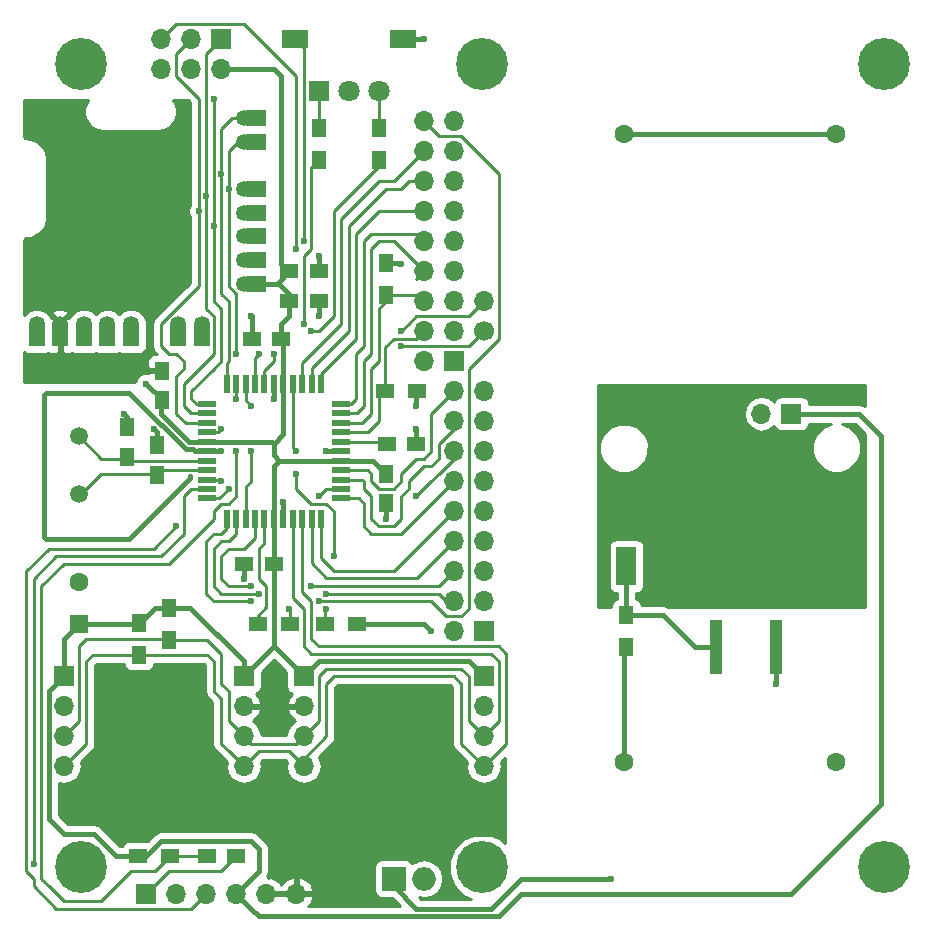
<source format=gbr>
%TF.GenerationSoftware,KiCad,Pcbnew,4.0.7*%
%TF.CreationDate,2018-07-30T06:42:07+02:00*%
%TF.ProjectId,HB-UNI-644,48422D554E492D3634342E6B69636164,2.0*%
%TF.FileFunction,Copper,L1,Top,Signal*%
%FSLAX46Y46*%
G04 Gerber Fmt 4.6, Leading zero omitted, Abs format (unit mm)*
G04 Created by KiCad (PCBNEW 4.0.7) date 07/30/18 06:42:07*
%MOMM*%
%LPD*%
G01*
G04 APERTURE LIST*
%ADD10C,0.100000*%
%ADD11R,1.300000X1.500000*%
%ADD12C,1.350000*%
%ADD13R,1.800000X1.350000*%
%ADD14R,2.000000X2.000000*%
%ADD15O,2.000000X2.000000*%
%ADD16C,1.600000*%
%ADD17R,1.500000X1.300000*%
%ADD18R,1.250000X1.500000*%
%ADD19R,1.500000X1.250000*%
%ADD20R,1.800000X1.800000*%
%ADD21C,1.800000*%
%ADD22R,1.700000X1.700000*%
%ADD23O,1.700000X1.700000*%
%ADD24R,1.500000X0.550000*%
%ADD25R,0.550000X1.500000*%
%ADD26C,1.500000*%
%ADD27C,1.700000*%
%ADD28R,2.180000X1.600000*%
%ADD29R,1.600000X1.600000*%
%ADD30R,1.100000X4.600000*%
%ADD31R,10.800000X9.400000*%
%ADD32R,5.250000X4.550000*%
%ADD33R,1.700000X3.300000*%
%ADD34R,1.350000X1.800000*%
%ADD35C,4.400000*%
%ADD36C,0.700000*%
%ADD37C,0.600000*%
%ADD38C,0.400000*%
%ADD39C,0.250000*%
%ADD40C,0.254000*%
G04 APERTURE END LIST*
D10*
D11*
X132715000Y-125650000D03*
X132715000Y-128350000D03*
D12*
X100370000Y-83560000D03*
D13*
X101370000Y-83560000D03*
D12*
X100370000Y-97560000D03*
X100370000Y-95560000D03*
X100370000Y-93560000D03*
X100370000Y-91560000D03*
X100370000Y-89560000D03*
X100370000Y-85560000D03*
D13*
X101370000Y-97560000D03*
X101370000Y-95560000D03*
X101370000Y-93560000D03*
X101370000Y-91560000D03*
X101370000Y-89560000D03*
X101370000Y-85560000D03*
D14*
X113030000Y-147955000D03*
D15*
X115570000Y-147955000D03*
D16*
X132500000Y-138100000D03*
X132500000Y-84900000D03*
X150500000Y-84900000D03*
X150500000Y-138100000D03*
D17*
X101520000Y-126365000D03*
X104220000Y-126365000D03*
D18*
X112395000Y-116185000D03*
X112395000Y-113685000D03*
X93400000Y-104950000D03*
X93400000Y-107450000D03*
D19*
X100985000Y-102235000D03*
X103485000Y-102235000D03*
X100350000Y-121285000D03*
X102850000Y-121285000D03*
X99675000Y-146050000D03*
X97175000Y-146050000D03*
X112415000Y-111125000D03*
X114915000Y-111125000D03*
D18*
X90424000Y-109748000D03*
X90424000Y-112248000D03*
X92964000Y-113772000D03*
X92964000Y-111272000D03*
D20*
X106680000Y-81280000D03*
D21*
X109220000Y-81280000D03*
X111760000Y-81280000D03*
D22*
X92075000Y-149225000D03*
D23*
X94615000Y-149225000D03*
X97155000Y-149225000D03*
X99695000Y-149225000D03*
X102235000Y-149225000D03*
X104775000Y-149225000D03*
D22*
X85090000Y-130810000D03*
D23*
X85090000Y-133350000D03*
X85090000Y-135890000D03*
X85090000Y-138430000D03*
D22*
X100330000Y-130810000D03*
D23*
X100330000Y-133350000D03*
X100330000Y-135890000D03*
X100330000Y-138430000D03*
D22*
X105410000Y-130810000D03*
D23*
X105410000Y-133350000D03*
X105410000Y-135890000D03*
X105410000Y-138430000D03*
D22*
X120650000Y-130810000D03*
D23*
X120650000Y-133350000D03*
X120650000Y-135890000D03*
X120650000Y-138430000D03*
D17*
X91360000Y-146050000D03*
X94060000Y-146050000D03*
D11*
X111760000Y-84375000D03*
X111760000Y-87075000D03*
X106680000Y-84375000D03*
X106680000Y-87075000D03*
D17*
X107235000Y-126365000D03*
X109935000Y-126365000D03*
D11*
X93980000Y-125015000D03*
X93980000Y-127715000D03*
X91440000Y-126285000D03*
X91440000Y-128985000D03*
D24*
X97170000Y-107760000D03*
X97170000Y-108560000D03*
X97170000Y-109360000D03*
X97170000Y-110160000D03*
X97170000Y-110960000D03*
X97170000Y-111760000D03*
X97170000Y-112560000D03*
X97170000Y-113360000D03*
X97170000Y-114160000D03*
X97170000Y-114960000D03*
X97170000Y-115760000D03*
D25*
X98870000Y-117460000D03*
X99670000Y-117460000D03*
X100470000Y-117460000D03*
X101270000Y-117460000D03*
X102070000Y-117460000D03*
X102870000Y-117460000D03*
X103670000Y-117460000D03*
X104470000Y-117460000D03*
X105270000Y-117460000D03*
X106070000Y-117460000D03*
X106870000Y-117460000D03*
D24*
X108570000Y-115760000D03*
X108570000Y-114960000D03*
X108570000Y-114160000D03*
X108570000Y-113360000D03*
X108570000Y-112560000D03*
X108570000Y-111760000D03*
X108570000Y-110960000D03*
X108570000Y-110160000D03*
X108570000Y-109360000D03*
X108570000Y-108560000D03*
X108570000Y-107760000D03*
D25*
X106870000Y-106060000D03*
X106070000Y-106060000D03*
X105270000Y-106060000D03*
X104470000Y-106060000D03*
X103670000Y-106060000D03*
X102870000Y-106060000D03*
X102070000Y-106060000D03*
X101270000Y-106060000D03*
X100470000Y-106060000D03*
X99670000Y-106060000D03*
X98870000Y-106060000D03*
D26*
X86360000Y-110490000D03*
X86360000Y-115370000D03*
D22*
X98425000Y-76835000D03*
D23*
X98425000Y-79375000D03*
X95885000Y-76835000D03*
X95885000Y-79375000D03*
X93345000Y-76835000D03*
X93345000Y-79375000D03*
D17*
X115015000Y-106680000D03*
X112315000Y-106680000D03*
D11*
X112395000Y-95805000D03*
X112395000Y-98505000D03*
D27*
X120650000Y-101600000D03*
D23*
X120650000Y-99060000D03*
D19*
X106660000Y-96520000D03*
X104160000Y-96520000D03*
X106660000Y-99060000D03*
X104160000Y-99060000D03*
D28*
X104630000Y-76835000D03*
X113810000Y-76835000D03*
D29*
X86360000Y-126365000D03*
D16*
X86360000Y-122865000D03*
D22*
X118110000Y-104140000D03*
D23*
X115570000Y-104140000D03*
X118110000Y-101600000D03*
X115570000Y-101600000D03*
X118110000Y-99060000D03*
X115570000Y-99060000D03*
X118110000Y-96520000D03*
X115570000Y-96520000D03*
X118110000Y-93980000D03*
X115570000Y-93980000D03*
X118110000Y-91440000D03*
X115570000Y-91440000D03*
X118110000Y-88900000D03*
X115570000Y-88900000D03*
X118110000Y-86360000D03*
X115570000Y-86360000D03*
X118110000Y-83820000D03*
X115570000Y-83820000D03*
D22*
X120650000Y-127000000D03*
D23*
X118110000Y-127000000D03*
X120650000Y-124460000D03*
X118110000Y-124460000D03*
X120650000Y-121920000D03*
X118110000Y-121920000D03*
X120650000Y-119380000D03*
X118110000Y-119380000D03*
X120650000Y-116840000D03*
X118110000Y-116840000D03*
X120650000Y-114300000D03*
X118110000Y-114300000D03*
X120650000Y-111760000D03*
X118110000Y-111760000D03*
X120650000Y-109220000D03*
X118110000Y-109220000D03*
X120650000Y-106680000D03*
X118110000Y-106680000D03*
D22*
X146685000Y-108585000D03*
D23*
X144145000Y-108585000D03*
X141605000Y-108585000D03*
X139065000Y-108585000D03*
D30*
X140335000Y-128330000D03*
X145415000Y-128330000D03*
D31*
X142875000Y-119180000D03*
D32*
X145650000Y-116755000D03*
X140100000Y-121605000D03*
X140100000Y-116755000D03*
X145650000Y-121605000D03*
D33*
X132715000Y-115995000D03*
X132715000Y-121495000D03*
D12*
X96780000Y-101005000D03*
D34*
X96780000Y-102005000D03*
D12*
X82780000Y-101005000D03*
X84780000Y-101005000D03*
X86780000Y-101005000D03*
X88780000Y-101005000D03*
X90780000Y-101005000D03*
X94780000Y-101005000D03*
D34*
X82780000Y-102005000D03*
X84780000Y-102005000D03*
X86780000Y-102005000D03*
X88780000Y-102005000D03*
X90780000Y-102005000D03*
X94780000Y-102005000D03*
D35*
X86500000Y-79000000D03*
D36*
X88150000Y-79000000D03*
X87666726Y-80166726D03*
X86500000Y-80650000D03*
X85333274Y-80166726D03*
X84850000Y-79000000D03*
X85333274Y-77833274D03*
X86500000Y-77350000D03*
X87666726Y-77833274D03*
D35*
X120500000Y-79000000D03*
D36*
X122150000Y-79000000D03*
X121666726Y-80166726D03*
X120500000Y-80650000D03*
X119333274Y-80166726D03*
X118850000Y-79000000D03*
X119333274Y-77833274D03*
X120500000Y-77350000D03*
X121666726Y-77833274D03*
D35*
X154500000Y-79000000D03*
D36*
X156150000Y-79000000D03*
X155666726Y-80166726D03*
X154500000Y-80650000D03*
X153333274Y-80166726D03*
X152850000Y-79000000D03*
X153333274Y-77833274D03*
X154500000Y-77350000D03*
X155666726Y-77833274D03*
D35*
X86500000Y-147000000D03*
D36*
X88150000Y-147000000D03*
X87666726Y-148166726D03*
X86500000Y-148650000D03*
X85333274Y-148166726D03*
X84850000Y-147000000D03*
X85333274Y-145833274D03*
X86500000Y-145350000D03*
X87666726Y-145833274D03*
D35*
X120500000Y-147000000D03*
D36*
X122150000Y-147000000D03*
X121666726Y-148166726D03*
X120500000Y-148650000D03*
X119333274Y-148166726D03*
X118850000Y-147000000D03*
X119333274Y-145833274D03*
X120500000Y-145350000D03*
X121666726Y-145833274D03*
D35*
X154500000Y-147000000D03*
D36*
X156150000Y-147000000D03*
X155666726Y-148166726D03*
X154500000Y-148650000D03*
X153333274Y-148166726D03*
X152850000Y-147000000D03*
X153333274Y-145833274D03*
X154500000Y-145350000D03*
X155666726Y-145833274D03*
D37*
X82550000Y-93980000D03*
X82550000Y-82550000D03*
X94615000Y-98425000D03*
X95250000Y-83185000D03*
X86360000Y-95885000D03*
X100965000Y-100330000D03*
X90170000Y-108585000D03*
X92710000Y-109855000D03*
X106680000Y-100330000D03*
X106680000Y-95250000D03*
X88265000Y-131445000D03*
X114935000Y-107950000D03*
X114935000Y-109855000D03*
X115570000Y-76835000D03*
X104775000Y-141605000D03*
X100965000Y-141605000D03*
X121920000Y-144145000D03*
X107950000Y-137160000D03*
X102870000Y-138430000D03*
X112395000Y-117475000D03*
X93345000Y-130175000D03*
X102870000Y-133350000D03*
X98425000Y-111760000D03*
X100330000Y-122555000D03*
X113665000Y-95885000D03*
X103632000Y-116078000D03*
X102870000Y-107315000D03*
X107315000Y-111760000D03*
X82550000Y-146685000D03*
X94615000Y-118110000D03*
X98425000Y-114300000D03*
X106045000Y-101600000D03*
X102870000Y-103505000D03*
X105410000Y-100965000D03*
X101600000Y-103505000D03*
X104140000Y-125095000D03*
X107950000Y-120650000D03*
X107315000Y-125095000D03*
X104775000Y-113665000D03*
X104775000Y-111760000D03*
X97790000Y-92710000D03*
X97790000Y-81915000D03*
X97155000Y-90170000D03*
X96520000Y-91440000D03*
X99060000Y-89535000D03*
X99695000Y-103505000D03*
X99060000Y-114935000D03*
X106680000Y-124460000D03*
X100965000Y-124460000D03*
X107315000Y-123825000D03*
X101600000Y-123825000D03*
X105410000Y-93980000D03*
X100965000Y-111760000D03*
X100965000Y-123190000D03*
X106045000Y-123190000D03*
X114935000Y-115570000D03*
X106680000Y-115570000D03*
X100965000Y-107950000D03*
X113665000Y-102870000D03*
X113665000Y-101600000D03*
X99695000Y-107315000D03*
X98425000Y-88265000D03*
X104775000Y-94615000D03*
X99695000Y-111760000D03*
X98425000Y-109855000D03*
X131445000Y-147955000D03*
X116205000Y-127000000D03*
X145415000Y-131445000D03*
X92075000Y-106045000D03*
D38*
X132500000Y-84900000D02*
X150500000Y-84900000D01*
X84780000Y-101005000D02*
X84780000Y-102005000D01*
X100985000Y-102235000D02*
X100985000Y-100350000D01*
X100985000Y-100350000D02*
X100965000Y-100330000D01*
X100370000Y-95560000D02*
X101370000Y-95560000D01*
X90424000Y-109748000D02*
X90424000Y-108839000D01*
X90424000Y-108839000D02*
X90170000Y-108585000D01*
X92964000Y-111272000D02*
X92964000Y-110109000D01*
X92964000Y-110109000D02*
X92710000Y-109855000D01*
X106660000Y-99060000D02*
X106660000Y-100310000D01*
X106660000Y-100310000D02*
X106680000Y-100330000D01*
X106660000Y-96520000D02*
X106660000Y-95270000D01*
X106660000Y-95270000D02*
X106680000Y-95250000D01*
X114935000Y-107950000D02*
X114935000Y-106760000D01*
X114935000Y-106760000D02*
X115015000Y-106680000D01*
X114915000Y-111125000D02*
X114915000Y-109875000D01*
X114915000Y-109875000D02*
X114935000Y-109855000D01*
X113810000Y-76835000D02*
X115570000Y-76835000D01*
X104775000Y-141605000D02*
X100965000Y-141605000D01*
X104775000Y-149225000D02*
X104775000Y-141605000D01*
X113665000Y-144145000D02*
X109220000Y-144145000D01*
X104775000Y-144145000D02*
X109220000Y-144145000D01*
X104775000Y-141605000D02*
X104775000Y-144145000D01*
X114935000Y-144145000D02*
X113665000Y-144145000D01*
X121920000Y-144145000D02*
X114935000Y-144145000D01*
X112395000Y-116185000D02*
X112395000Y-117475000D01*
X102870000Y-133350000D02*
X105410000Y-133350000D01*
X92900000Y-109100000D02*
X93800000Y-110000000D01*
X96160000Y-111760000D02*
X97170000Y-111760000D01*
X96000000Y-111600000D02*
X96160000Y-111760000D01*
X95400000Y-111600000D02*
X96000000Y-111600000D01*
X93800000Y-110000000D02*
X95400000Y-111600000D01*
X88000000Y-119200000D02*
X90600000Y-119200000D01*
X83400000Y-119000000D02*
X83600000Y-119200000D01*
X83600000Y-119200000D02*
X88000000Y-119200000D01*
X83400000Y-118800000D02*
X83400000Y-107000000D01*
X83600000Y-106800000D02*
X83400000Y-107000000D01*
X84000000Y-106800000D02*
X83800000Y-106800000D01*
X90600000Y-106800000D02*
X84000000Y-106800000D01*
X92900000Y-109100000D02*
X90600000Y-106800000D01*
X83800000Y-106800000D02*
X83600000Y-106800000D01*
X83400000Y-118800000D02*
X83400000Y-119000000D01*
X95800000Y-114000000D02*
X95800000Y-113885002D01*
X90600000Y-119200000D02*
X95800000Y-114000000D01*
X98425000Y-111760000D02*
X97170000Y-111760000D01*
X100350000Y-122535000D02*
X100350000Y-121285000D01*
X100350000Y-122535000D02*
X100330000Y-122555000D01*
X112395000Y-95805000D02*
X113585000Y-95805000D01*
X113585000Y-95805000D02*
X113665000Y-95885000D01*
X103670000Y-117460000D02*
X103670000Y-116116000D01*
X103670000Y-116116000D02*
X103632000Y-116078000D01*
X102870000Y-106060000D02*
X102870000Y-107315000D01*
X108570000Y-111760000D02*
X107315000Y-111760000D01*
X82780000Y-102005000D02*
X82780000Y-101005000D01*
D39*
X92075000Y-149225000D02*
X93980000Y-147320000D01*
X98405000Y-147320000D02*
X99675000Y-146050000D01*
X93980000Y-147320000D02*
X98405000Y-147320000D01*
D38*
X99695000Y-146130000D02*
X99775000Y-146050000D01*
D39*
X111760000Y-110960000D02*
X112250000Y-110960000D01*
X112250000Y-110960000D02*
X112395000Y-111105000D01*
X108570000Y-110960000D02*
X111760000Y-110960000D01*
X111760000Y-110960000D02*
X111945000Y-110960000D01*
X86360000Y-110490000D02*
X88265000Y-112395000D01*
X88265000Y-112395000D02*
X90277000Y-112395000D01*
X90277000Y-112395000D02*
X90424000Y-112248000D01*
X97170000Y-112560000D02*
X90736000Y-112560000D01*
X90736000Y-112560000D02*
X90424000Y-112248000D01*
X86360000Y-115370000D02*
X86560000Y-115370000D01*
X86560000Y-115370000D02*
X88265000Y-113665000D01*
X88265000Y-113665000D02*
X92857000Y-113665000D01*
X92857000Y-113665000D02*
X92964000Y-113772000D01*
X97170000Y-113360000D02*
X93376000Y-113360000D01*
X93376000Y-113360000D02*
X92964000Y-113772000D01*
X106680000Y-84375000D02*
X106680000Y-81280000D01*
X111760000Y-84375000D02*
X111760000Y-81280000D01*
X92710000Y-120650000D02*
X93345000Y-120650000D01*
X95250000Y-118745000D02*
X95250000Y-118110000D01*
X93345000Y-120650000D02*
X95250000Y-118745000D01*
X82550000Y-140335000D02*
X82550000Y-146685000D01*
X82550000Y-123190000D02*
X82550000Y-122555000D01*
X84455000Y-120650000D02*
X92710000Y-120650000D01*
X82550000Y-122555000D02*
X84455000Y-120650000D01*
X82550000Y-123825000D02*
X82550000Y-123190000D01*
X82550000Y-129540000D02*
X82550000Y-123825000D01*
X95250000Y-116840000D02*
X95250000Y-118110000D01*
X95860000Y-114960000D02*
X95250000Y-115570000D01*
X97170000Y-114960000D02*
X95860000Y-114960000D01*
X95250000Y-116840000D02*
X95250000Y-115570000D01*
X82550000Y-130175000D02*
X82550000Y-129540000D01*
X82550000Y-130175000D02*
X82550000Y-140335000D01*
X81915000Y-147320000D02*
X82550000Y-147955000D01*
X92075000Y-120015000D02*
X92710000Y-120015000D01*
X92710000Y-120015000D02*
X94615000Y-118110000D01*
X81915000Y-140970000D02*
X81915000Y-146685000D01*
X81915000Y-122555000D02*
X81915000Y-121920000D01*
X83820000Y-120015000D02*
X92075000Y-120015000D01*
X81915000Y-121920000D02*
X83820000Y-120015000D01*
X81915000Y-123190000D02*
X81915000Y-122555000D01*
X81915000Y-128905000D02*
X81915000Y-123190000D01*
X97170000Y-114160000D02*
X98285000Y-114160000D01*
X98285000Y-114160000D02*
X98425000Y-114300000D01*
X81915000Y-129540000D02*
X81915000Y-128905000D01*
X81915000Y-129540000D02*
X81915000Y-140970000D01*
X81915000Y-146685000D02*
X81915000Y-147320000D01*
X95885000Y-150495000D02*
X97155000Y-149225000D01*
X84455000Y-150495000D02*
X95885000Y-150495000D01*
X82550000Y-148590000D02*
X84455000Y-150495000D01*
X82550000Y-147955000D02*
X82550000Y-148590000D01*
X106680000Y-128905000D02*
X106045000Y-128905000D01*
X106680000Y-128905000D02*
X108585000Y-128905000D01*
X118110000Y-128905000D02*
X121285000Y-128905000D01*
X121920000Y-134620000D02*
X120650000Y-135890000D01*
X121920000Y-129540000D02*
X121920000Y-134620000D01*
X121285000Y-128905000D02*
X121920000Y-129540000D01*
X111760000Y-128905000D02*
X118110000Y-128905000D01*
X111760000Y-128905000D02*
X109855000Y-128905000D01*
X108585000Y-128905000D02*
X109855000Y-128905000D01*
X106045000Y-128905000D02*
X105410000Y-128270000D01*
X105410000Y-128270000D02*
X105410000Y-125095000D01*
X105410000Y-125095000D02*
X104470000Y-124155000D01*
X104470000Y-124155000D02*
X104470000Y-117460000D01*
X99060000Y-132080000D02*
X99060000Y-134620000D01*
X99060000Y-134620000D02*
X100330000Y-135890000D01*
X93980000Y-127715000D02*
X97235000Y-127715000D01*
X98425000Y-128905000D02*
X98425000Y-131445000D01*
X97235000Y-127715000D02*
X98425000Y-128905000D01*
X101600000Y-136525000D02*
X100965000Y-136525000D01*
X101600000Y-136525000D02*
X104775000Y-136525000D01*
X104775000Y-136525000D02*
X105410000Y-135890000D01*
X100965000Y-136525000D02*
X100330000Y-135890000D01*
X98425000Y-131445000D02*
X99060000Y-132080000D01*
X86360000Y-130810000D02*
X86360000Y-128270000D01*
X86995000Y-127635000D02*
X89535000Y-127635000D01*
X86360000Y-128270000D02*
X86995000Y-127635000D01*
X89535000Y-127635000D02*
X94535000Y-127635000D01*
X85090000Y-135890000D02*
X86360000Y-134620000D01*
X86360000Y-134620000D02*
X86360000Y-130810000D01*
X105410000Y-135890000D02*
X106680000Y-134620000D01*
X106680000Y-132080000D02*
X106680000Y-131445000D01*
X106680000Y-130810000D02*
X107315000Y-130175000D01*
X109855000Y-130175000D02*
X107315000Y-130175000D01*
X119380000Y-134620000D02*
X120650000Y-135890000D01*
X119380000Y-130810000D02*
X119380000Y-134620000D01*
X118745000Y-130175000D02*
X119380000Y-130810000D01*
X109855000Y-130175000D02*
X118745000Y-130175000D01*
X106680000Y-131445000D02*
X106680000Y-130810000D01*
X106680000Y-132715000D02*
X106680000Y-132080000D01*
X106680000Y-134620000D02*
X106680000Y-132715000D01*
X98425000Y-132715000D02*
X98425000Y-136525000D01*
X98425000Y-136525000D02*
X99060000Y-137160000D01*
X100330000Y-138430000D02*
X101600000Y-137160000D01*
X104140000Y-137160000D02*
X105410000Y-138430000D01*
X101600000Y-137160000D02*
X104140000Y-137160000D01*
X91440000Y-128985000D02*
X87550000Y-128985000D01*
X87550000Y-128985000D02*
X86995000Y-129540000D01*
X97790000Y-129540000D02*
X97235000Y-128985000D01*
X97235000Y-128985000D02*
X91440000Y-128985000D01*
X91360000Y-128905000D02*
X91440000Y-128985000D01*
X97790000Y-129540000D02*
X97790000Y-130175000D01*
X85090000Y-138430000D02*
X86995000Y-136525000D01*
X86995000Y-136525000D02*
X86995000Y-129540000D01*
X99060000Y-137160000D02*
X100330000Y-138430000D01*
X97790000Y-132080000D02*
X98425000Y-132715000D01*
X97790000Y-130175000D02*
X97790000Y-132080000D01*
X106680000Y-128270000D02*
X106045000Y-127635000D01*
X105270000Y-123685000D02*
X105270000Y-117460000D01*
X106045000Y-124460000D02*
X105270000Y-123685000D01*
X106045000Y-125095000D02*
X106045000Y-124460000D01*
X106045000Y-127635000D02*
X106045000Y-125095000D01*
X109855000Y-130810000D02*
X118110000Y-130810000D01*
X107315000Y-135890000D02*
X107315000Y-131445000D01*
X107315000Y-131445000D02*
X107950000Y-130810000D01*
X107950000Y-130810000D02*
X109855000Y-130810000D01*
X105410000Y-137795000D02*
X107315000Y-135890000D01*
X118745000Y-136525000D02*
X120650000Y-138430000D01*
X118745000Y-131445000D02*
X118745000Y-136525000D01*
X118110000Y-130810000D02*
X118745000Y-131445000D01*
X105410000Y-138430000D02*
X105410000Y-137795000D01*
X112395000Y-128270000D02*
X110490000Y-128270000D01*
X122555000Y-128905000D02*
X122555000Y-135890000D01*
X121920000Y-128270000D02*
X122555000Y-128905000D01*
X121920000Y-128270000D02*
X112395000Y-128270000D01*
X122555000Y-136525000D02*
X122555000Y-135890000D01*
X120650000Y-138430000D02*
X122555000Y-136525000D01*
X109220000Y-128270000D02*
X110490000Y-128270000D01*
X106680000Y-128270000D02*
X109220000Y-128270000D01*
X102070000Y-106060000D02*
X102070000Y-104940000D01*
X102870000Y-104140000D02*
X102870000Y-103505000D01*
X102070000Y-104940000D02*
X102870000Y-104140000D01*
X107950000Y-100330000D02*
X107950000Y-91440000D01*
X107950000Y-91440000D02*
X111760000Y-87630000D01*
X106045000Y-101600000D02*
X106680000Y-101600000D01*
X106680000Y-101600000D02*
X107950000Y-100330000D01*
X111760000Y-87630000D02*
X111760000Y-87075000D01*
X106045000Y-94615000D02*
X106045000Y-87710000D01*
X106045000Y-87710000D02*
X106680000Y-87075000D01*
X105410000Y-95250000D02*
X106045000Y-94615000D01*
X105410000Y-100965000D02*
X105410000Y-100330000D01*
X101270000Y-104470000D02*
X101270000Y-103835000D01*
X101270000Y-103835000D02*
X101600000Y-103505000D01*
X101270000Y-105080000D02*
X101270000Y-104470000D01*
X105410000Y-100330000D02*
X105410000Y-95250000D01*
X101270000Y-106060000D02*
X101270000Y-105080000D01*
X104775000Y-113665000D02*
X104775000Y-114935000D01*
X106045000Y-116205000D02*
X107315000Y-116205000D01*
X104775000Y-114935000D02*
X106045000Y-116205000D01*
X104220000Y-125175000D02*
X104220000Y-126365000D01*
X104140000Y-125095000D02*
X104220000Y-125175000D01*
X107950000Y-116840000D02*
X107315000Y-116205000D01*
X107950000Y-116840000D02*
X107950000Y-120650000D01*
X107235000Y-125175000D02*
X107235000Y-126365000D01*
X107315000Y-125095000D02*
X107235000Y-125175000D01*
X104470000Y-111455000D02*
X104470000Y-106060000D01*
X104775000Y-111760000D02*
X104470000Y-111455000D01*
X101600000Y-122555000D02*
X102235000Y-123190000D01*
X101520000Y-125700002D02*
X101520000Y-126365000D01*
X102235000Y-124985002D02*
X101520000Y-125700002D01*
X102235000Y-123190000D02*
X102235000Y-124985002D01*
X102070000Y-119545000D02*
X102070000Y-117460000D01*
X101600000Y-120015000D02*
X102070000Y-119545000D01*
X101600000Y-122555000D02*
X101600000Y-120015000D01*
X100370000Y-93560000D02*
X101370000Y-93560000D01*
X97790000Y-92710000D02*
X97790000Y-81915000D01*
X98425000Y-100330000D02*
X98425000Y-99695000D01*
X98425000Y-99695000D02*
X97790000Y-99060000D01*
X98425000Y-101600000D02*
X98425000Y-100330000D01*
X97790000Y-93345000D02*
X97790000Y-92710000D01*
X95885000Y-106680000D02*
X97790000Y-104775000D01*
X95885000Y-107315000D02*
X95885000Y-106680000D01*
X96330000Y-107760000D02*
X95885000Y-107315000D01*
X97170000Y-107760000D02*
X96330000Y-107760000D01*
X97790000Y-99060000D02*
X97790000Y-93345000D01*
X98425000Y-104140000D02*
X98425000Y-101600000D01*
X97790000Y-104775000D02*
X98425000Y-104140000D01*
X96965000Y-107760000D02*
X97170000Y-107760000D01*
X97155000Y-107745000D02*
X97170000Y-107760000D01*
X97155000Y-80010000D02*
X97155000Y-82550000D01*
X97155000Y-82550000D02*
X97155000Y-89535000D01*
X97155000Y-89535000D02*
X97155000Y-90170000D01*
X97155000Y-90170000D02*
X97155000Y-99695000D01*
X97170000Y-108560000D02*
X95860000Y-108560000D01*
X95250000Y-107950000D02*
X95250000Y-106045000D01*
X95860000Y-108560000D02*
X95250000Y-107950000D01*
X97790000Y-103505000D02*
X97790000Y-100330000D01*
X97790000Y-100330000D02*
X97155000Y-99695000D01*
X97790000Y-103505000D02*
X95250000Y-106045000D01*
X101370000Y-89560000D02*
X100370000Y-89560000D01*
X97155000Y-79375000D02*
X97155000Y-78105000D01*
X97155000Y-80010000D02*
X97155000Y-79375000D01*
X97155000Y-78105000D02*
X98425000Y-76835000D01*
X95250000Y-99060000D02*
X96520000Y-97790000D01*
X93345000Y-100965000D02*
X95250000Y-99060000D01*
X93980000Y-103505000D02*
X93345000Y-102870000D01*
X96520000Y-97790000D02*
X96520000Y-91440000D01*
X93345000Y-102870000D02*
X93345000Y-100965000D01*
X94615000Y-105410000D02*
X95250000Y-104775000D01*
X94615000Y-103505000D02*
X93980000Y-103505000D01*
X95250000Y-104140000D02*
X94615000Y-103505000D01*
X95250000Y-104775000D02*
X95250000Y-104140000D01*
X95390000Y-109360000D02*
X94615000Y-108585000D01*
X94615000Y-108585000D02*
X94615000Y-105410000D01*
X97170000Y-109360000D02*
X95390000Y-109360000D01*
X96520000Y-81915000D02*
X94615000Y-80010000D01*
X96520000Y-91440000D02*
X96520000Y-81915000D01*
X101370000Y-91560000D02*
X100370000Y-91560000D01*
X94615000Y-80010000D02*
X94615000Y-78105000D01*
X94615000Y-78105000D02*
X95885000Y-76835000D01*
X99695000Y-99060000D02*
X99695000Y-98425000D01*
X99695000Y-98425000D02*
X99060000Y-97790000D01*
X99695000Y-100330000D02*
X99695000Y-99060000D01*
X99860000Y-85560000D02*
X99060000Y-86360000D01*
X99060000Y-86360000D02*
X99060000Y-89535000D01*
X99060000Y-89535000D02*
X99060000Y-97790000D01*
X99695000Y-103505000D02*
X99695000Y-100330000D01*
X100370000Y-85560000D02*
X101370000Y-85560000D01*
X100370000Y-85560000D02*
X99860000Y-85560000D01*
X98235000Y-115760000D02*
X99060000Y-114935000D01*
X98235000Y-115760000D02*
X99060000Y-114935000D01*
X97170000Y-115760000D02*
X98235000Y-115760000D01*
X118745000Y-125730000D02*
X119380000Y-125095000D01*
X121920000Y-102235000D02*
X121920000Y-88265000D01*
X119380000Y-104775000D02*
X121920000Y-102235000D01*
X119380000Y-125095000D02*
X119380000Y-104775000D01*
X113665000Y-124460000D02*
X116205000Y-124460000D01*
X116205000Y-124460000D02*
X117475000Y-125730000D01*
X113030000Y-124460000D02*
X113665000Y-124460000D01*
X117475000Y-125730000D02*
X118745000Y-125730000D01*
X97155000Y-123825000D02*
X97790000Y-124460000D01*
X98870000Y-118300000D02*
X98870000Y-117460000D01*
X97155000Y-119380000D02*
X97155000Y-120015000D01*
X97790000Y-118745000D02*
X97155000Y-119380000D01*
X98425000Y-118745000D02*
X97790000Y-118745000D01*
X98870000Y-118300000D02*
X98425000Y-118745000D01*
X97155000Y-120015000D02*
X97155000Y-123825000D01*
X118745000Y-85090000D02*
X121920000Y-88265000D01*
X115570000Y-83820000D02*
X116840000Y-85090000D01*
X116840000Y-85090000D02*
X118745000Y-85090000D01*
X106680000Y-124460000D02*
X108585000Y-124460000D01*
X97790000Y-124460000D02*
X98425000Y-124460000D01*
X99060000Y-124460000D02*
X100965000Y-124460000D01*
X98425000Y-124460000D02*
X99060000Y-124460000D01*
X106680000Y-124460000D02*
X108585000Y-124460000D01*
X108585000Y-124460000D02*
X113030000Y-124460000D01*
X118110000Y-124460000D02*
X117475000Y-124460000D01*
X117475000Y-124460000D02*
X116840000Y-123825000D01*
X114300000Y-123825000D02*
X116840000Y-123825000D01*
X99670000Y-118745000D02*
X99670000Y-117460000D01*
X97790000Y-123190000D02*
X98425000Y-123825000D01*
X97790000Y-120650000D02*
X97790000Y-123190000D01*
X99670000Y-118770000D02*
X99060000Y-119380000D01*
X99060000Y-119380000D02*
X98425000Y-119380000D01*
X98425000Y-119380000D02*
X97790000Y-120015000D01*
X97790000Y-120015000D02*
X97790000Y-120650000D01*
X99670000Y-118745000D02*
X99670000Y-118770000D01*
X99060000Y-123825000D02*
X99695000Y-123825000D01*
X98425000Y-123825000D02*
X99060000Y-123825000D01*
X107315000Y-123825000D02*
X113030000Y-123825000D01*
X99695000Y-123825000D02*
X101600000Y-123825000D01*
X113030000Y-123825000D02*
X114300000Y-123825000D01*
X105410000Y-92075000D02*
X105410000Y-77615000D01*
X105410000Y-77615000D02*
X104630000Y-76835000D01*
X105410000Y-93980000D02*
X105410000Y-92075000D01*
X100470000Y-114795000D02*
X100965000Y-114300000D01*
X100965000Y-114300000D02*
X100965000Y-111760000D01*
X100470000Y-117460000D02*
X100470000Y-114795000D01*
X104775000Y-76980000D02*
X104630000Y-76835000D01*
X116205000Y-123190000D02*
X116840000Y-123190000D01*
X116840000Y-123190000D02*
X118110000Y-121920000D01*
X118110000Y-121920000D02*
X117475000Y-121920000D01*
X114300000Y-123190000D02*
X116205000Y-123190000D01*
X101270000Y-119075000D02*
X101270000Y-117460000D01*
X101270000Y-119075000D02*
X100330000Y-120015000D01*
X98425000Y-120650000D02*
X98425000Y-122555000D01*
X99060000Y-120015000D02*
X98425000Y-120650000D01*
X100330000Y-120015000D02*
X99060000Y-120015000D01*
X99060000Y-123190000D02*
X100965000Y-123190000D01*
X98425000Y-122555000D02*
X99060000Y-123190000D01*
X106045000Y-123190000D02*
X113030000Y-123190000D01*
X113030000Y-123190000D02*
X114300000Y-123190000D01*
X113665000Y-122505000D02*
X114985000Y-122505000D01*
X114985000Y-122505000D02*
X118110000Y-119380000D01*
X112395000Y-122505000D02*
X113665000Y-122505000D01*
X107315000Y-122505000D02*
X112395000Y-122505000D01*
X106070000Y-121260000D02*
X107315000Y-122505000D01*
X106070000Y-120040000D02*
X106070000Y-121260000D01*
X106070000Y-120040000D02*
X106070000Y-117460000D01*
X111760000Y-121920000D02*
X113030000Y-121920000D01*
X113030000Y-121920000D02*
X118110000Y-116840000D01*
X106870000Y-117460000D02*
X106870000Y-119570000D01*
X106870000Y-119570000D02*
X106870000Y-120460000D01*
X106870000Y-120460000D02*
X106870000Y-120840000D01*
X106870000Y-120840000D02*
X107950000Y-121920000D01*
X107950000Y-121920000D02*
X108585000Y-121920000D01*
X108585000Y-121920000D02*
X111760000Y-121920000D01*
X114300000Y-118110000D02*
X118110000Y-114300000D01*
X110045000Y-115760000D02*
X108570000Y-115760000D01*
X110045000Y-115760000D02*
X110490000Y-116205000D01*
X110490000Y-118110000D02*
X111125000Y-118745000D01*
X110490000Y-116205000D02*
X110490000Y-118110000D01*
X111125000Y-118745000D02*
X113665000Y-118745000D01*
X113665000Y-118745000D02*
X114300000Y-118110000D01*
X108570000Y-115760000D02*
X108775000Y-115760000D01*
X107315000Y-114935000D02*
X106680000Y-115570000D01*
X114935000Y-115570000D02*
X116205000Y-114300000D01*
X116205000Y-114300000D02*
X116840000Y-113665000D01*
X116840000Y-113665000D02*
X118110000Y-112395000D01*
X118110000Y-112395000D02*
X118110000Y-111760000D01*
X107340000Y-114960000D02*
X107315000Y-114935000D01*
X108570000Y-114960000D02*
X107340000Y-114960000D01*
X114300000Y-114300000D02*
X114935000Y-113665000D01*
X114935000Y-113665000D02*
X115570000Y-113030000D01*
X115570000Y-113030000D02*
X116205000Y-113030000D01*
X116840000Y-112395000D02*
X116840000Y-111125000D01*
X116205000Y-113030000D02*
X116840000Y-112395000D01*
X118110000Y-109220000D02*
X118110000Y-109855000D01*
X118110000Y-109855000D02*
X116840000Y-111125000D01*
X114300000Y-114935000D02*
X114300000Y-114300000D01*
X113030000Y-118110000D02*
X113665000Y-117475000D01*
X113665000Y-117475000D02*
X113665000Y-115570000D01*
X114300000Y-114935000D02*
X113665000Y-115570000D01*
X113665000Y-115570000D02*
X113665000Y-117475000D01*
X111760000Y-118110000D02*
X113030000Y-118110000D01*
X111125000Y-115570000D02*
X111125000Y-117475000D01*
X111125000Y-117475000D02*
X111760000Y-118110000D01*
X109715000Y-114160000D02*
X110350000Y-114160000D01*
X110490000Y-114300000D02*
X110490000Y-114935000D01*
X110350000Y-114160000D02*
X110490000Y-114300000D01*
X108570000Y-114160000D02*
X109715000Y-114160000D01*
X110490000Y-114935000D02*
X111125000Y-115570000D01*
X111760000Y-114935000D02*
X113030000Y-114935000D01*
X116205000Y-108585000D02*
X118110000Y-106680000D01*
X116205000Y-111760000D02*
X116205000Y-108585000D01*
X115570000Y-112395000D02*
X116205000Y-111760000D01*
X114935000Y-112395000D02*
X115570000Y-112395000D01*
X113665000Y-113665000D02*
X114935000Y-112395000D01*
X113665000Y-114300000D02*
X113665000Y-113665000D01*
X113030000Y-114935000D02*
X113665000Y-114300000D01*
X108570000Y-113360000D02*
X110820000Y-113360000D01*
X111125000Y-113665000D02*
X111125000Y-114300000D01*
X110820000Y-113360000D02*
X111125000Y-113665000D01*
X110820000Y-113360000D02*
X111125000Y-113665000D01*
X111125000Y-114300000D02*
X111760000Y-114935000D01*
X111125000Y-114300000D02*
X111760000Y-114935000D01*
X113030000Y-102235000D02*
X114935000Y-102235000D01*
X114935000Y-102235000D02*
X115570000Y-101600000D01*
X112315000Y-104775000D02*
X112315000Y-102950000D01*
X112315000Y-102950000D02*
X113030000Y-102235000D01*
X112315000Y-106680000D02*
X112315000Y-104775000D01*
X112315000Y-106680000D02*
X112315000Y-106600000D01*
X111760000Y-109220000D02*
X111760000Y-107235000D01*
X111760000Y-107235000D02*
X112315000Y-106680000D01*
X108570000Y-110160000D02*
X110820000Y-110160000D01*
X110820000Y-110160000D02*
X111760000Y-109220000D01*
X111760000Y-104140000D02*
X111760000Y-99695000D01*
X111760000Y-99695000D02*
X112395000Y-99060000D01*
X112395000Y-99060000D02*
X112395000Y-98505000D01*
X111125000Y-105410000D02*
X111125000Y-104775000D01*
X111125000Y-104775000D02*
X111760000Y-104140000D01*
X114505000Y-98505000D02*
X115015000Y-98505000D01*
X112395000Y-98505000D02*
X114505000Y-98505000D01*
X115015000Y-98505000D02*
X115570000Y-99060000D01*
X115015000Y-98505000D02*
X115570000Y-99060000D01*
X108570000Y-109360000D02*
X110350000Y-109360000D01*
X110350000Y-109360000D02*
X111125000Y-108585000D01*
X111125000Y-108585000D02*
X111125000Y-106680000D01*
X111125000Y-105410000D02*
X111125000Y-106680000D01*
X110490000Y-104775000D02*
X110490000Y-104140000D01*
X110490000Y-104140000D02*
X111125000Y-103505000D01*
X111125000Y-103505000D02*
X111125000Y-99695000D01*
X113030000Y-93980000D02*
X115570000Y-96520000D01*
X111125000Y-94615000D02*
X111760000Y-93980000D01*
X111760000Y-93980000D02*
X113030000Y-93980000D01*
X111125000Y-99695000D02*
X111125000Y-98425000D01*
X111125000Y-98425000D02*
X111125000Y-97790000D01*
X111125000Y-97790000D02*
X111125000Y-94615000D01*
X114935000Y-97155000D02*
X115570000Y-96520000D01*
X115570000Y-96520000D02*
X114935000Y-97155000D01*
X110490000Y-107950000D02*
X110490000Y-104775000D01*
X109880000Y-108560000D02*
X110490000Y-107950000D01*
X114935000Y-97155000D02*
X115570000Y-96520000D01*
X108570000Y-108560000D02*
X109880000Y-108560000D01*
X109855000Y-104140000D02*
X109855000Y-103505000D01*
X109855000Y-103505000D02*
X110490000Y-102870000D01*
X110490000Y-102870000D02*
X110490000Y-98425000D01*
X110490000Y-98425000D02*
X110490000Y-93980000D01*
X114935000Y-93345000D02*
X115570000Y-93980000D01*
X111125000Y-93345000D02*
X114935000Y-93345000D01*
X110490000Y-93980000D02*
X111125000Y-93345000D01*
X109855000Y-107315000D02*
X109855000Y-104140000D01*
X109410000Y-107760000D02*
X109855000Y-107315000D01*
X108570000Y-107760000D02*
X109410000Y-107760000D01*
X107315000Y-104775000D02*
X109220000Y-102870000D01*
X109220000Y-102870000D02*
X109855000Y-102235000D01*
X113030000Y-91440000D02*
X113665000Y-91440000D01*
X109855000Y-93345000D02*
X111760000Y-91440000D01*
X111760000Y-91440000D02*
X113030000Y-91440000D01*
X109855000Y-98425000D02*
X109855000Y-93345000D01*
X109855000Y-102235000D02*
X109855000Y-98425000D01*
X115570000Y-91440000D02*
X113665000Y-91440000D01*
X113665000Y-91440000D02*
X114300000Y-91440000D01*
X114300000Y-91440000D02*
X115570000Y-91440000D01*
X106870000Y-105220000D02*
X107315000Y-104775000D01*
X106870000Y-106060000D02*
X106870000Y-105220000D01*
X106680699Y-104140699D02*
X106680699Y-104139301D01*
X106680699Y-104139301D02*
X109220000Y-101600000D01*
X109220000Y-92710000D02*
X112395000Y-89535000D01*
X112395000Y-89535000D02*
X113665000Y-89535000D01*
X109220000Y-97790000D02*
X109220000Y-92710000D01*
X109220000Y-101600000D02*
X109220000Y-97790000D01*
X115570000Y-88900000D02*
X114300000Y-88900000D01*
X114300000Y-88900000D02*
X113665000Y-89535000D01*
X113665000Y-89535000D02*
X114300000Y-88900000D01*
X106070000Y-104751398D02*
X106680699Y-104140699D01*
X106070000Y-106060000D02*
X106070000Y-104751398D01*
X106045000Y-103505000D02*
X108585000Y-100965000D01*
X113030000Y-88900000D02*
X114300000Y-87630000D01*
X108585000Y-92075000D02*
X111760000Y-88900000D01*
X111760000Y-88900000D02*
X113030000Y-88900000D01*
X108585000Y-97155000D02*
X108585000Y-92075000D01*
X108585000Y-100965000D02*
X108585000Y-97155000D01*
X115570000Y-86360000D02*
X114300000Y-87630000D01*
X114300000Y-87630000D02*
X115570000Y-86360000D01*
X105270000Y-104280000D02*
X106045000Y-103505000D01*
X105270000Y-104915000D02*
X105270000Y-104280000D01*
X105270000Y-106060000D02*
X105270000Y-104915000D01*
X100470000Y-106060000D02*
X100470000Y-107455000D01*
X100470000Y-107455000D02*
X100965000Y-107950000D01*
X113665000Y-102870000D02*
X114935000Y-102870000D01*
X114935000Y-102870000D02*
X116205000Y-102870000D01*
X116205000Y-102870000D02*
X119380000Y-102870000D01*
X119380000Y-102870000D02*
X120650000Y-101600000D01*
X113665000Y-101600000D02*
X114300000Y-100965000D01*
X114935000Y-100330000D02*
X119380000Y-100330000D01*
X120650000Y-99060000D02*
X119380000Y-100330000D01*
X114300000Y-100965000D02*
X114935000Y-100330000D01*
X99670000Y-106060000D02*
X99670000Y-107290000D01*
X99670000Y-107290000D02*
X99695000Y-107315000D01*
X101370000Y-83560000D02*
X100370000Y-83560000D01*
X99060000Y-99695000D02*
X99060000Y-99060000D01*
X98870000Y-104330000D02*
X98870000Y-106060000D01*
X98425000Y-98425000D02*
X98425000Y-97790000D01*
X99060000Y-104140000D02*
X99060000Y-100965000D01*
X98870000Y-104330000D02*
X99060000Y-104140000D01*
X98425000Y-85725000D02*
X98425000Y-88265000D01*
X98425000Y-88265000D02*
X98425000Y-89535000D01*
X98425000Y-89535000D02*
X98425000Y-97790000D01*
X98425000Y-84455000D02*
X99320000Y-83560000D01*
X99320000Y-83560000D02*
X101370000Y-83560000D01*
X98425000Y-85725000D02*
X98425000Y-84455000D01*
X99060000Y-100965000D02*
X99060000Y-99695000D01*
X99060000Y-99060000D02*
X98425000Y-98425000D01*
X94615000Y-75565000D02*
X93345000Y-76835000D01*
X100330000Y-75565000D02*
X94615000Y-75565000D01*
X104775000Y-80010000D02*
X100330000Y-75565000D01*
X104775000Y-80645000D02*
X104775000Y-80010000D01*
X104775000Y-94615000D02*
X104775000Y-80645000D01*
X83185000Y-147320000D02*
X83185000Y-147955000D01*
X83185000Y-147955000D02*
X83820000Y-148590000D01*
X85090000Y-149860000D02*
X85725000Y-149860000D01*
X83820000Y-148590000D02*
X85090000Y-149860000D01*
X87630000Y-149860000D02*
X88265000Y-149860000D01*
X88265000Y-149860000D02*
X90805000Y-147320000D01*
X90805000Y-147320000D02*
X91440000Y-147320000D01*
X91440000Y-147320000D02*
X92075000Y-147320000D01*
X92075000Y-147320000D02*
X92790000Y-147320000D01*
X92790000Y-147320000D02*
X94060000Y-146050000D01*
X93345000Y-121285000D02*
X93980000Y-121285000D01*
X97790000Y-116841398D02*
X97791398Y-116840000D01*
X97790000Y-117475000D02*
X97790000Y-116841398D01*
X93980000Y-121285000D02*
X97790000Y-117475000D01*
X83185000Y-141605000D02*
X83185000Y-147320000D01*
X85725000Y-149860000D02*
X87630000Y-149860000D01*
X83185000Y-141605000D02*
X83185000Y-139700000D01*
X83185000Y-123825000D02*
X83185000Y-123190000D01*
X85090000Y-121285000D02*
X93345000Y-121285000D01*
X83185000Y-123190000D02*
X85090000Y-121285000D01*
X83185000Y-130175000D02*
X83185000Y-123825000D01*
X99695000Y-113665000D02*
X99695000Y-111760000D01*
X97791398Y-116840000D02*
X98425699Y-116205699D01*
X99695000Y-114935000D02*
X99695000Y-113665000D01*
X99059301Y-116205699D02*
X99695000Y-115570000D01*
X99695000Y-115570000D02*
X99695000Y-114935000D01*
X98425699Y-116205699D02*
X99059301Y-116205699D01*
X83185000Y-130175000D02*
X83185000Y-139700000D01*
X93960000Y-146050000D02*
X97075000Y-146050000D01*
X97170000Y-110160000D02*
X98120000Y-110160000D01*
X98120000Y-110160000D02*
X98425000Y-109855000D01*
D38*
X121285000Y-150529998D02*
X121285000Y-150495000D01*
X123825000Y-147955000D02*
X131445000Y-147955000D01*
X121285000Y-150495000D02*
X123825000Y-147955000D01*
X114935000Y-150529998D02*
X114935000Y-150495000D01*
X114935000Y-150495000D02*
X113030000Y-148590000D01*
X113030000Y-148590000D02*
X113030000Y-147955000D01*
X114935000Y-150529998D02*
X121285000Y-150529998D01*
X132500000Y-138100000D02*
X132500000Y-128565000D01*
X132500000Y-128565000D02*
X132715000Y-128350000D01*
X132715000Y-125650000D02*
X132715000Y-121495000D01*
X140335000Y-128330000D02*
X138490000Y-128330000D01*
X135810000Y-125650000D02*
X132715000Y-125650000D01*
X138490000Y-128330000D02*
X135810000Y-125650000D01*
X115570000Y-126365000D02*
X116205000Y-127000000D01*
X109935000Y-126365000D02*
X115570000Y-126365000D01*
X145415000Y-131445000D02*
X145415000Y-128330000D01*
X132715000Y-115995000D02*
X135045000Y-115995000D01*
X135255000Y-116205000D02*
X135255000Y-119180000D01*
X135045000Y-115995000D02*
X135255000Y-116205000D01*
X142875000Y-119180000D02*
X142875000Y-124460000D01*
X142875000Y-119180000D02*
X150060000Y-119180000D01*
X150060000Y-119180000D02*
X150495000Y-118745000D01*
X142875000Y-119180000D02*
X135255000Y-119180000D01*
X139065000Y-108585000D02*
X141605000Y-108585000D01*
X141605000Y-108585000D02*
X141605000Y-111125000D01*
X142875000Y-112395000D02*
X142875000Y-119180000D01*
X141605000Y-111125000D02*
X142875000Y-112395000D01*
X121920000Y-151130000D02*
X123825000Y-149225000D01*
X123825000Y-149225000D02*
X124460000Y-149225000D01*
X124460000Y-149225000D02*
X146685000Y-149225000D01*
X92075000Y-106045000D02*
X93400000Y-107370000D01*
X93400000Y-107370000D02*
X93400000Y-107450000D01*
X101370000Y-97560000D02*
X100370000Y-97560000D01*
X104160000Y-96520000D02*
X104140000Y-96520000D01*
X104140000Y-96520000D02*
X103505000Y-95885000D01*
X103505000Y-95885000D02*
X103505000Y-80010000D01*
X102870000Y-97560000D02*
X103275000Y-97560000D01*
X103275000Y-97560000D02*
X104160000Y-98445000D01*
X104160000Y-98445000D02*
X104160000Y-99060000D01*
X100370000Y-97560000D02*
X102870000Y-97560000D01*
X102870000Y-97560000D02*
X103120000Y-97560000D01*
X103120000Y-97560000D02*
X104160000Y-96520000D01*
X103505000Y-80010000D02*
X102870000Y-79375000D01*
X102870000Y-79375000D02*
X98425000Y-79375000D01*
X104160000Y-99060000D02*
X104160000Y-100310000D01*
X103485000Y-100985000D02*
X103485000Y-102235000D01*
X104160000Y-100310000D02*
X103485000Y-100985000D01*
X103670000Y-104775000D02*
X103670000Y-102420000D01*
X103670000Y-102420000D02*
X103485000Y-102235000D01*
X111125000Y-112560000D02*
X111270000Y-112560000D01*
X111270000Y-112560000D02*
X112395000Y-113685000D01*
X93345000Y-108585000D02*
X93345000Y-107505000D01*
X152400000Y-108585000D02*
X146685000Y-108585000D01*
X154305000Y-110490000D02*
X152400000Y-108585000D01*
X154305000Y-141605000D02*
X154305000Y-110490000D01*
X146685000Y-149225000D02*
X154305000Y-141605000D01*
X102870000Y-128270000D02*
X105410000Y-130810000D01*
X100330000Y-130810000D02*
X102235000Y-128905000D01*
X102235000Y-128905000D02*
X102870000Y-128270000D01*
X100330000Y-129540000D02*
X95805000Y-125015000D01*
X95805000Y-125015000D02*
X93980000Y-125015000D01*
X99695000Y-149225000D02*
X100965000Y-150495000D01*
X101600000Y-151130000D02*
X109855000Y-151130000D01*
X111125000Y-151130000D02*
X121920000Y-151130000D01*
X100965000Y-150495000D02*
X101600000Y-151130000D01*
X109855000Y-151130000D02*
X111125000Y-151130000D01*
X91360000Y-146050000D02*
X92075000Y-146050000D01*
X92075000Y-146050000D02*
X93345000Y-144780000D01*
X99695000Y-149225000D02*
X101600000Y-147320000D01*
X100965000Y-144780000D02*
X93345000Y-144780000D01*
X101600000Y-145415000D02*
X100965000Y-144780000D01*
X101600000Y-147320000D02*
X101600000Y-145415000D01*
X88265000Y-144780000D02*
X89535000Y-146050000D01*
X89535000Y-146050000D02*
X91360000Y-146050000D01*
X85090000Y-144145000D02*
X83820000Y-142875000D01*
X88265000Y-144780000D02*
X87630000Y-144145000D01*
X87630000Y-144145000D02*
X85090000Y-144145000D01*
X83820000Y-132080000D02*
X85090000Y-130810000D01*
X83820000Y-142875000D02*
X83820000Y-132080000D01*
X86360000Y-126365000D02*
X91440000Y-126365000D01*
X92790000Y-125015000D02*
X93980000Y-125015000D01*
X91440000Y-126365000D02*
X92790000Y-125015000D01*
X85090000Y-130810000D02*
X85090000Y-127635000D01*
X85090000Y-127635000D02*
X86360000Y-126365000D01*
X85090000Y-127635000D02*
X86360000Y-126365000D01*
X100330000Y-129540000D02*
X100330000Y-130810000D01*
X105410000Y-130810000D02*
X106680000Y-129540000D01*
X119380000Y-129540000D02*
X120650000Y-130810000D01*
X106680000Y-129540000D02*
X119380000Y-129540000D01*
X100800000Y-110960000D02*
X102705000Y-110960000D01*
X102705000Y-110960000D02*
X102870000Y-111125000D01*
X99060000Y-110960000D02*
X100800000Y-110960000D01*
X93345000Y-107930000D02*
X93345000Y-108585000D01*
X93345000Y-108585000D02*
X95720000Y-110960000D01*
X95720000Y-110960000D02*
X97170000Y-110960000D01*
X103340000Y-112560000D02*
X103505000Y-112560000D01*
X103505000Y-112560000D02*
X108570000Y-112560000D01*
X102870000Y-112090000D02*
X103340000Y-112560000D01*
X102870000Y-111760000D02*
X102870000Y-112090000D01*
X102870000Y-111125000D02*
X102870000Y-111760000D01*
X102870000Y-113030000D02*
X103340000Y-112560000D01*
X108570000Y-112560000D02*
X111125000Y-112560000D01*
X102870000Y-128270000D02*
X102870000Y-121305000D01*
X102870000Y-121305000D02*
X102890000Y-121285000D01*
X102870000Y-121265000D02*
X102890000Y-121285000D01*
X103670000Y-106060000D02*
X103670000Y-104775000D01*
X97170000Y-110960000D02*
X99060000Y-110960000D01*
X103670000Y-106060000D02*
X103670000Y-110325000D01*
X103670000Y-110325000D02*
X102870000Y-111125000D01*
X102870000Y-113030000D02*
X102870000Y-117460000D01*
X102870000Y-117460000D02*
X102870000Y-121265000D01*
D39*
X96780000Y-102005000D02*
X96780000Y-101005000D01*
X86780000Y-102005000D02*
X86780000Y-101005000D01*
X88780000Y-102005000D02*
X88780000Y-101005000D01*
X90780000Y-102005000D02*
X90780000Y-101005000D01*
X94780000Y-102005000D02*
X94780000Y-101005000D01*
D40*
G36*
X90186838Y-129970317D02*
X90325910Y-130186441D01*
X90538110Y-130331431D01*
X90790000Y-130382440D01*
X92090000Y-130382440D01*
X92325317Y-130338162D01*
X92541441Y-130199090D01*
X92686431Y-129986890D01*
X92735415Y-129745000D01*
X96920198Y-129745000D01*
X97030000Y-129854802D01*
X97030000Y-132080000D01*
X97087852Y-132370839D01*
X97252599Y-132617401D01*
X97665000Y-133029802D01*
X97665000Y-136525000D01*
X97722852Y-136815839D01*
X97887599Y-137062401D01*
X98888790Y-138063592D01*
X98815907Y-138430000D01*
X98928946Y-138998285D01*
X99250853Y-139480054D01*
X99732622Y-139801961D01*
X100300907Y-139915000D01*
X100359093Y-139915000D01*
X100927378Y-139801961D01*
X101409147Y-139480054D01*
X101731054Y-138998285D01*
X101844093Y-138430000D01*
X101771210Y-138063592D01*
X101914802Y-137920000D01*
X103825198Y-137920000D01*
X103968790Y-138063592D01*
X103895907Y-138430000D01*
X104008946Y-138998285D01*
X104330853Y-139480054D01*
X104812622Y-139801961D01*
X105380907Y-139915000D01*
X105439093Y-139915000D01*
X106007378Y-139801961D01*
X106489147Y-139480054D01*
X106811054Y-138998285D01*
X106924093Y-138430000D01*
X106811054Y-137861715D01*
X106653654Y-137626148D01*
X107852401Y-136427401D01*
X108017148Y-136180839D01*
X108075000Y-135890000D01*
X108075000Y-131759802D01*
X108264802Y-131570000D01*
X117795198Y-131570000D01*
X117985000Y-131759802D01*
X117985000Y-136525000D01*
X118042852Y-136815839D01*
X118207599Y-137062401D01*
X119208790Y-138063592D01*
X119135907Y-138430000D01*
X119248946Y-138998285D01*
X119570853Y-139480054D01*
X120052622Y-139801961D01*
X120620907Y-139915000D01*
X120679093Y-139915000D01*
X121247378Y-139801961D01*
X121729147Y-139480054D01*
X122051054Y-138998285D01*
X122164093Y-138430000D01*
X122091210Y-138063592D01*
X122428000Y-137726802D01*
X122428000Y-144918569D01*
X122107995Y-144598005D01*
X121066390Y-144165493D01*
X119938558Y-144164509D01*
X118896199Y-144595202D01*
X118098005Y-145392005D01*
X117665493Y-146433610D01*
X117664509Y-147561442D01*
X118095202Y-148603801D01*
X118892005Y-149401995D01*
X119597635Y-149694998D01*
X115315866Y-149694998D01*
X115161680Y-149540812D01*
X115570000Y-149622032D01*
X116195687Y-149497575D01*
X116726120Y-149143152D01*
X117080543Y-148612719D01*
X117205000Y-147987032D01*
X117205000Y-147922968D01*
X117080543Y-147297281D01*
X116726120Y-146766848D01*
X116195687Y-146412425D01*
X115570000Y-146287968D01*
X114944313Y-146412425D01*
X114588453Y-146650203D01*
X114494090Y-146503559D01*
X114281890Y-146358569D01*
X114030000Y-146307560D01*
X112030000Y-146307560D01*
X111794683Y-146351838D01*
X111578559Y-146490910D01*
X111433569Y-146703110D01*
X111382560Y-146955000D01*
X111382560Y-148955000D01*
X111426838Y-149190317D01*
X111565910Y-149406441D01*
X111778110Y-149551431D01*
X112030000Y-149602440D01*
X112861572Y-149602440D01*
X113554132Y-150295000D01*
X105763188Y-150295000D01*
X105970183Y-150106358D01*
X106216486Y-149581892D01*
X106095819Y-149352000D01*
X104902000Y-149352000D01*
X104902000Y-149372000D01*
X104648000Y-149372000D01*
X104648000Y-149352000D01*
X102362000Y-149352000D01*
X102362000Y-149372000D01*
X102108000Y-149372000D01*
X102108000Y-149352000D01*
X102088000Y-149352000D01*
X102088000Y-149098000D01*
X102108000Y-149098000D01*
X102108000Y-149078000D01*
X102362000Y-149078000D01*
X102362000Y-149098000D01*
X104648000Y-149098000D01*
X104648000Y-147904845D01*
X104902000Y-147904845D01*
X104902000Y-149098000D01*
X106095819Y-149098000D01*
X106216486Y-148868108D01*
X105970183Y-148343642D01*
X105541924Y-147953355D01*
X105131890Y-147783524D01*
X104902000Y-147904845D01*
X104648000Y-147904845D01*
X104418110Y-147783524D01*
X104008076Y-147953355D01*
X103579817Y-148343642D01*
X103505000Y-148502954D01*
X103430183Y-148343642D01*
X103001924Y-147953355D01*
X102591890Y-147783524D01*
X102362002Y-147904844D01*
X102362002Y-147740000D01*
X102304314Y-147740000D01*
X102371439Y-147639541D01*
X102435000Y-147320000D01*
X102435000Y-145415000D01*
X102426135Y-145370434D01*
X102371440Y-145095460D01*
X102190434Y-144824566D01*
X101555434Y-144189566D01*
X101519406Y-144165493D01*
X101284541Y-144008561D01*
X100965000Y-143945000D01*
X93345000Y-143945000D01*
X93025459Y-144008561D01*
X92790594Y-144165493D01*
X92754566Y-144189566D01*
X92177835Y-144766297D01*
X92110000Y-144752560D01*
X90610000Y-144752560D01*
X90374683Y-144796838D01*
X90158559Y-144935910D01*
X90013569Y-145148110D01*
X90000023Y-145215000D01*
X89880868Y-145215000D01*
X88220434Y-143554566D01*
X87949541Y-143373561D01*
X87630000Y-143310000D01*
X85435868Y-143310000D01*
X84655000Y-142529132D01*
X84655000Y-139834260D01*
X85060907Y-139915000D01*
X85119093Y-139915000D01*
X85687378Y-139801961D01*
X86169147Y-139480054D01*
X86491054Y-138998285D01*
X86604093Y-138430000D01*
X86531210Y-138063592D01*
X87532401Y-137062401D01*
X87697148Y-136815839D01*
X87755000Y-136525000D01*
X87755000Y-129854802D01*
X87864802Y-129745000D01*
X90144442Y-129745000D01*
X90186838Y-129970317D01*
X90186838Y-129970317D01*
G37*
X90186838Y-129970317D02*
X90325910Y-130186441D01*
X90538110Y-130331431D01*
X90790000Y-130382440D01*
X92090000Y-130382440D01*
X92325317Y-130338162D01*
X92541441Y-130199090D01*
X92686431Y-129986890D01*
X92735415Y-129745000D01*
X96920198Y-129745000D01*
X97030000Y-129854802D01*
X97030000Y-132080000D01*
X97087852Y-132370839D01*
X97252599Y-132617401D01*
X97665000Y-133029802D01*
X97665000Y-136525000D01*
X97722852Y-136815839D01*
X97887599Y-137062401D01*
X98888790Y-138063592D01*
X98815907Y-138430000D01*
X98928946Y-138998285D01*
X99250853Y-139480054D01*
X99732622Y-139801961D01*
X100300907Y-139915000D01*
X100359093Y-139915000D01*
X100927378Y-139801961D01*
X101409147Y-139480054D01*
X101731054Y-138998285D01*
X101844093Y-138430000D01*
X101771210Y-138063592D01*
X101914802Y-137920000D01*
X103825198Y-137920000D01*
X103968790Y-138063592D01*
X103895907Y-138430000D01*
X104008946Y-138998285D01*
X104330853Y-139480054D01*
X104812622Y-139801961D01*
X105380907Y-139915000D01*
X105439093Y-139915000D01*
X106007378Y-139801961D01*
X106489147Y-139480054D01*
X106811054Y-138998285D01*
X106924093Y-138430000D01*
X106811054Y-137861715D01*
X106653654Y-137626148D01*
X107852401Y-136427401D01*
X108017148Y-136180839D01*
X108075000Y-135890000D01*
X108075000Y-131759802D01*
X108264802Y-131570000D01*
X117795198Y-131570000D01*
X117985000Y-131759802D01*
X117985000Y-136525000D01*
X118042852Y-136815839D01*
X118207599Y-137062401D01*
X119208790Y-138063592D01*
X119135907Y-138430000D01*
X119248946Y-138998285D01*
X119570853Y-139480054D01*
X120052622Y-139801961D01*
X120620907Y-139915000D01*
X120679093Y-139915000D01*
X121247378Y-139801961D01*
X121729147Y-139480054D01*
X122051054Y-138998285D01*
X122164093Y-138430000D01*
X122091210Y-138063592D01*
X122428000Y-137726802D01*
X122428000Y-144918569D01*
X122107995Y-144598005D01*
X121066390Y-144165493D01*
X119938558Y-144164509D01*
X118896199Y-144595202D01*
X118098005Y-145392005D01*
X117665493Y-146433610D01*
X117664509Y-147561442D01*
X118095202Y-148603801D01*
X118892005Y-149401995D01*
X119597635Y-149694998D01*
X115315866Y-149694998D01*
X115161680Y-149540812D01*
X115570000Y-149622032D01*
X116195687Y-149497575D01*
X116726120Y-149143152D01*
X117080543Y-148612719D01*
X117205000Y-147987032D01*
X117205000Y-147922968D01*
X117080543Y-147297281D01*
X116726120Y-146766848D01*
X116195687Y-146412425D01*
X115570000Y-146287968D01*
X114944313Y-146412425D01*
X114588453Y-146650203D01*
X114494090Y-146503559D01*
X114281890Y-146358569D01*
X114030000Y-146307560D01*
X112030000Y-146307560D01*
X111794683Y-146351838D01*
X111578559Y-146490910D01*
X111433569Y-146703110D01*
X111382560Y-146955000D01*
X111382560Y-148955000D01*
X111426838Y-149190317D01*
X111565910Y-149406441D01*
X111778110Y-149551431D01*
X112030000Y-149602440D01*
X112861572Y-149602440D01*
X113554132Y-150295000D01*
X105763188Y-150295000D01*
X105970183Y-150106358D01*
X106216486Y-149581892D01*
X106095819Y-149352000D01*
X104902000Y-149352000D01*
X104902000Y-149372000D01*
X104648000Y-149372000D01*
X104648000Y-149352000D01*
X102362000Y-149352000D01*
X102362000Y-149372000D01*
X102108000Y-149372000D01*
X102108000Y-149352000D01*
X102088000Y-149352000D01*
X102088000Y-149098000D01*
X102108000Y-149098000D01*
X102108000Y-149078000D01*
X102362000Y-149078000D01*
X102362000Y-149098000D01*
X104648000Y-149098000D01*
X104648000Y-147904845D01*
X104902000Y-147904845D01*
X104902000Y-149098000D01*
X106095819Y-149098000D01*
X106216486Y-148868108D01*
X105970183Y-148343642D01*
X105541924Y-147953355D01*
X105131890Y-147783524D01*
X104902000Y-147904845D01*
X104648000Y-147904845D01*
X104418110Y-147783524D01*
X104008076Y-147953355D01*
X103579817Y-148343642D01*
X103505000Y-148502954D01*
X103430183Y-148343642D01*
X103001924Y-147953355D01*
X102591890Y-147783524D01*
X102362002Y-147904844D01*
X102362002Y-147740000D01*
X102304314Y-147740000D01*
X102371439Y-147639541D01*
X102435000Y-147320000D01*
X102435000Y-145415000D01*
X102426135Y-145370434D01*
X102371440Y-145095460D01*
X102190434Y-144824566D01*
X101555434Y-144189566D01*
X101519406Y-144165493D01*
X101284541Y-144008561D01*
X100965000Y-143945000D01*
X93345000Y-143945000D01*
X93025459Y-144008561D01*
X92790594Y-144165493D01*
X92754566Y-144189566D01*
X92177835Y-144766297D01*
X92110000Y-144752560D01*
X90610000Y-144752560D01*
X90374683Y-144796838D01*
X90158559Y-144935910D01*
X90013569Y-145148110D01*
X90000023Y-145215000D01*
X89880868Y-145215000D01*
X88220434Y-143554566D01*
X87949541Y-143373561D01*
X87630000Y-143310000D01*
X85435868Y-143310000D01*
X84655000Y-142529132D01*
X84655000Y-139834260D01*
X85060907Y-139915000D01*
X85119093Y-139915000D01*
X85687378Y-139801961D01*
X86169147Y-139480054D01*
X86491054Y-138998285D01*
X86604093Y-138430000D01*
X86531210Y-138063592D01*
X87532401Y-137062401D01*
X87697148Y-136815839D01*
X87755000Y-136525000D01*
X87755000Y-129854802D01*
X87864802Y-129745000D01*
X90144442Y-129745000D01*
X90186838Y-129970317D01*
G36*
X103912560Y-130493428D02*
X103912560Y-131660000D01*
X103956838Y-131895317D01*
X104095910Y-132111441D01*
X104308110Y-132256431D01*
X104416107Y-132278301D01*
X104138355Y-132583076D01*
X103968524Y-132993110D01*
X104089845Y-133223000D01*
X105283000Y-133223000D01*
X105283000Y-133203000D01*
X105537000Y-133203000D01*
X105537000Y-133223000D01*
X105557000Y-133223000D01*
X105557000Y-133477000D01*
X105537000Y-133477000D01*
X105537000Y-133497000D01*
X105283000Y-133497000D01*
X105283000Y-133477000D01*
X104089845Y-133477000D01*
X103968524Y-133706890D01*
X104138355Y-134116924D01*
X104528642Y-134545183D01*
X104671553Y-134612298D01*
X104330853Y-134839946D01*
X104008946Y-135321715D01*
X103920771Y-135765000D01*
X101819229Y-135765000D01*
X101731054Y-135321715D01*
X101409147Y-134839946D01*
X101068447Y-134612298D01*
X101211358Y-134545183D01*
X101601645Y-134116924D01*
X101771476Y-133706890D01*
X101650155Y-133477000D01*
X100457000Y-133477000D01*
X100457000Y-133497000D01*
X100203000Y-133497000D01*
X100203000Y-133477000D01*
X100183000Y-133477000D01*
X100183000Y-133223000D01*
X100203000Y-133223000D01*
X100203000Y-133203000D01*
X100457000Y-133203000D01*
X100457000Y-133223000D01*
X101650155Y-133223000D01*
X101771476Y-132993110D01*
X101601645Y-132583076D01*
X101325499Y-132280063D01*
X101415317Y-132263162D01*
X101631441Y-132124090D01*
X101776431Y-131911890D01*
X101827440Y-131660000D01*
X101827440Y-130493428D01*
X102870000Y-129450868D01*
X103912560Y-130493428D01*
X103912560Y-130493428D01*
G37*
X103912560Y-130493428D02*
X103912560Y-131660000D01*
X103956838Y-131895317D01*
X104095910Y-132111441D01*
X104308110Y-132256431D01*
X104416107Y-132278301D01*
X104138355Y-132583076D01*
X103968524Y-132993110D01*
X104089845Y-133223000D01*
X105283000Y-133223000D01*
X105283000Y-133203000D01*
X105537000Y-133203000D01*
X105537000Y-133223000D01*
X105557000Y-133223000D01*
X105557000Y-133477000D01*
X105537000Y-133477000D01*
X105537000Y-133497000D01*
X105283000Y-133497000D01*
X105283000Y-133477000D01*
X104089845Y-133477000D01*
X103968524Y-133706890D01*
X104138355Y-134116924D01*
X104528642Y-134545183D01*
X104671553Y-134612298D01*
X104330853Y-134839946D01*
X104008946Y-135321715D01*
X103920771Y-135765000D01*
X101819229Y-135765000D01*
X101731054Y-135321715D01*
X101409147Y-134839946D01*
X101068447Y-134612298D01*
X101211358Y-134545183D01*
X101601645Y-134116924D01*
X101771476Y-133706890D01*
X101650155Y-133477000D01*
X100457000Y-133477000D01*
X100457000Y-133497000D01*
X100203000Y-133497000D01*
X100203000Y-133477000D01*
X100183000Y-133477000D01*
X100183000Y-133223000D01*
X100203000Y-133223000D01*
X100203000Y-133203000D01*
X100457000Y-133203000D01*
X100457000Y-133223000D01*
X101650155Y-133223000D01*
X101771476Y-132993110D01*
X101601645Y-132583076D01*
X101325499Y-132280063D01*
X101415317Y-132263162D01*
X101631441Y-132124090D01*
X101776431Y-131911890D01*
X101827440Y-131660000D01*
X101827440Y-130493428D01*
X102870000Y-129450868D01*
X103912560Y-130493428D01*
G36*
X120777000Y-133223000D02*
X120797000Y-133223000D01*
X120797000Y-133477000D01*
X120777000Y-133477000D01*
X120777000Y-133497000D01*
X120523000Y-133497000D01*
X120523000Y-133477000D01*
X120503000Y-133477000D01*
X120503000Y-133223000D01*
X120523000Y-133223000D01*
X120523000Y-133203000D01*
X120777000Y-133203000D01*
X120777000Y-133223000D01*
X120777000Y-133223000D01*
G37*
X120777000Y-133223000D02*
X120797000Y-133223000D01*
X120797000Y-133477000D01*
X120777000Y-133477000D01*
X120777000Y-133497000D01*
X120523000Y-133497000D01*
X120523000Y-133477000D01*
X120503000Y-133477000D01*
X120503000Y-133223000D01*
X120523000Y-133223000D01*
X120523000Y-133203000D01*
X120777000Y-133203000D01*
X120777000Y-133223000D01*
G36*
X85217000Y-133223000D02*
X85237000Y-133223000D01*
X85237000Y-133477000D01*
X85217000Y-133477000D01*
X85217000Y-133497000D01*
X84963000Y-133497000D01*
X84963000Y-133477000D01*
X84943000Y-133477000D01*
X84943000Y-133223000D01*
X84963000Y-133223000D01*
X84963000Y-133203000D01*
X85217000Y-133203000D01*
X85217000Y-133223000D01*
X85217000Y-133223000D01*
G37*
X85217000Y-133223000D02*
X85237000Y-133223000D01*
X85237000Y-133477000D01*
X85217000Y-133477000D01*
X85217000Y-133497000D01*
X84963000Y-133497000D01*
X84963000Y-133477000D01*
X84943000Y-133477000D01*
X84943000Y-133223000D01*
X84963000Y-133223000D01*
X84963000Y-133203000D01*
X85217000Y-133203000D01*
X85217000Y-133223000D01*
G36*
X152908000Y-107939485D02*
X152719541Y-107813561D01*
X152400000Y-107750000D01*
X148182440Y-107750000D01*
X148182440Y-107735000D01*
X148138162Y-107499683D01*
X147999090Y-107283559D01*
X147786890Y-107138569D01*
X147535000Y-107087560D01*
X145835000Y-107087560D01*
X145599683Y-107131838D01*
X145383559Y-107270910D01*
X145238569Y-107483110D01*
X145224914Y-107550541D01*
X145195054Y-107505853D01*
X144713285Y-107183946D01*
X144145000Y-107070907D01*
X143576715Y-107183946D01*
X143094946Y-107505853D01*
X142773039Y-107987622D01*
X142660000Y-108555907D01*
X142660000Y-108614093D01*
X142773039Y-109182378D01*
X143094946Y-109664147D01*
X143576715Y-109986054D01*
X144145000Y-110099093D01*
X144713285Y-109986054D01*
X145195054Y-109664147D01*
X145222850Y-109622548D01*
X145231838Y-109670317D01*
X145370910Y-109886441D01*
X145583110Y-110031431D01*
X145835000Y-110082440D01*
X147535000Y-110082440D01*
X147770317Y-110038162D01*
X147986441Y-109899090D01*
X148131431Y-109686890D01*
X148182440Y-109435000D01*
X148182440Y-109420000D01*
X150074110Y-109420000D01*
X149320485Y-109731392D01*
X148733453Y-110317400D01*
X148415362Y-111083448D01*
X148414638Y-111912913D01*
X148731392Y-112679515D01*
X149317400Y-113266547D01*
X150083448Y-113584638D01*
X150912913Y-113585362D01*
X151679515Y-113268608D01*
X152266547Y-112682600D01*
X152584638Y-111916552D01*
X152585362Y-111087087D01*
X152268608Y-110320485D01*
X151682600Y-109733453D01*
X150927722Y-109420000D01*
X152054132Y-109420000D01*
X152908000Y-110273868D01*
X152908000Y-124968000D01*
X136263396Y-124968000D01*
X136129541Y-124878561D01*
X135810000Y-124815000D01*
X133996446Y-124815000D01*
X133968162Y-124664683D01*
X133829090Y-124448559D01*
X133616890Y-124303569D01*
X133550000Y-124290023D01*
X133550000Y-123792440D01*
X133565000Y-123792440D01*
X133800317Y-123748162D01*
X134016441Y-123609090D01*
X134161431Y-123396890D01*
X134212440Y-123145000D01*
X134212440Y-119845000D01*
X134168162Y-119609683D01*
X134029090Y-119393559D01*
X133816890Y-119248569D01*
X133565000Y-119197560D01*
X131865000Y-119197560D01*
X131629683Y-119241838D01*
X131413559Y-119380910D01*
X131268569Y-119593110D01*
X131217560Y-119845000D01*
X131217560Y-123145000D01*
X131261838Y-123380317D01*
X131400910Y-123596441D01*
X131613110Y-123741431D01*
X131865000Y-123792440D01*
X131880000Y-123792440D01*
X131880000Y-124287370D01*
X131829683Y-124296838D01*
X131613559Y-124435910D01*
X131468569Y-124648110D01*
X131417560Y-124900000D01*
X131417560Y-124968000D01*
X130302000Y-124968000D01*
X130302000Y-111912913D01*
X130414638Y-111912913D01*
X130731392Y-112679515D01*
X131317400Y-113266547D01*
X132083448Y-113584638D01*
X132912913Y-113585362D01*
X133679515Y-113268608D01*
X134266547Y-112682600D01*
X134584638Y-111916552D01*
X134585362Y-111087087D01*
X134268608Y-110320485D01*
X133682600Y-109733453D01*
X132916552Y-109415362D01*
X132087087Y-109414638D01*
X131320485Y-109731392D01*
X130733453Y-110317400D01*
X130415362Y-111083448D01*
X130414638Y-111912913D01*
X130302000Y-111912913D01*
X130302000Y-106172000D01*
X152908000Y-106172000D01*
X152908000Y-107939485D01*
X152908000Y-107939485D01*
G37*
X152908000Y-107939485D02*
X152719541Y-107813561D01*
X152400000Y-107750000D01*
X148182440Y-107750000D01*
X148182440Y-107735000D01*
X148138162Y-107499683D01*
X147999090Y-107283559D01*
X147786890Y-107138569D01*
X147535000Y-107087560D01*
X145835000Y-107087560D01*
X145599683Y-107131838D01*
X145383559Y-107270910D01*
X145238569Y-107483110D01*
X145224914Y-107550541D01*
X145195054Y-107505853D01*
X144713285Y-107183946D01*
X144145000Y-107070907D01*
X143576715Y-107183946D01*
X143094946Y-107505853D01*
X142773039Y-107987622D01*
X142660000Y-108555907D01*
X142660000Y-108614093D01*
X142773039Y-109182378D01*
X143094946Y-109664147D01*
X143576715Y-109986054D01*
X144145000Y-110099093D01*
X144713285Y-109986054D01*
X145195054Y-109664147D01*
X145222850Y-109622548D01*
X145231838Y-109670317D01*
X145370910Y-109886441D01*
X145583110Y-110031431D01*
X145835000Y-110082440D01*
X147535000Y-110082440D01*
X147770317Y-110038162D01*
X147986441Y-109899090D01*
X148131431Y-109686890D01*
X148182440Y-109435000D01*
X148182440Y-109420000D01*
X150074110Y-109420000D01*
X149320485Y-109731392D01*
X148733453Y-110317400D01*
X148415362Y-111083448D01*
X148414638Y-111912913D01*
X148731392Y-112679515D01*
X149317400Y-113266547D01*
X150083448Y-113584638D01*
X150912913Y-113585362D01*
X151679515Y-113268608D01*
X152266547Y-112682600D01*
X152584638Y-111916552D01*
X152585362Y-111087087D01*
X152268608Y-110320485D01*
X151682600Y-109733453D01*
X150927722Y-109420000D01*
X152054132Y-109420000D01*
X152908000Y-110273868D01*
X152908000Y-124968000D01*
X136263396Y-124968000D01*
X136129541Y-124878561D01*
X135810000Y-124815000D01*
X133996446Y-124815000D01*
X133968162Y-124664683D01*
X133829090Y-124448559D01*
X133616890Y-124303569D01*
X133550000Y-124290023D01*
X133550000Y-123792440D01*
X133565000Y-123792440D01*
X133800317Y-123748162D01*
X134016441Y-123609090D01*
X134161431Y-123396890D01*
X134212440Y-123145000D01*
X134212440Y-119845000D01*
X134168162Y-119609683D01*
X134029090Y-119393559D01*
X133816890Y-119248569D01*
X133565000Y-119197560D01*
X131865000Y-119197560D01*
X131629683Y-119241838D01*
X131413559Y-119380910D01*
X131268569Y-119593110D01*
X131217560Y-119845000D01*
X131217560Y-123145000D01*
X131261838Y-123380317D01*
X131400910Y-123596441D01*
X131613110Y-123741431D01*
X131865000Y-123792440D01*
X131880000Y-123792440D01*
X131880000Y-124287370D01*
X131829683Y-124296838D01*
X131613559Y-124435910D01*
X131468569Y-124648110D01*
X131417560Y-124900000D01*
X131417560Y-124968000D01*
X130302000Y-124968000D01*
X130302000Y-111912913D01*
X130414638Y-111912913D01*
X130731392Y-112679515D01*
X131317400Y-113266547D01*
X132083448Y-113584638D01*
X132912913Y-113585362D01*
X133679515Y-113268608D01*
X134266547Y-112682600D01*
X134584638Y-111916552D01*
X134585362Y-111087087D01*
X134268608Y-110320485D01*
X133682600Y-109733453D01*
X132916552Y-109415362D01*
X132087087Y-109414638D01*
X131320485Y-109731392D01*
X130733453Y-110317400D01*
X130415362Y-111083448D01*
X130414638Y-111912913D01*
X130302000Y-111912913D01*
X130302000Y-106172000D01*
X152908000Y-106172000D01*
X152908000Y-107939485D01*
G36*
X87006564Y-82236751D02*
X87006563Y-82236752D01*
X86904282Y-82483681D01*
X86828162Y-82866364D01*
X86828162Y-83133636D01*
X86904282Y-83516319D01*
X86968700Y-83671838D01*
X87006563Y-83763248D01*
X87223336Y-84087672D01*
X87412328Y-84276664D01*
X87736751Y-84493437D01*
X87839032Y-84535803D01*
X87983681Y-84595718D01*
X88366364Y-84671838D01*
X88433830Y-84671838D01*
X88500000Y-84685000D01*
X93000000Y-84685000D01*
X93066170Y-84671838D01*
X93133636Y-84671838D01*
X93516319Y-84595718D01*
X93763248Y-84493437D01*
X93763249Y-84493436D01*
X94087672Y-84276664D01*
X94276664Y-84087672D01*
X94493437Y-83763249D01*
X94535803Y-83660968D01*
X94595718Y-83516319D01*
X94671838Y-83133636D01*
X94671838Y-82866364D01*
X94595718Y-82483681D01*
X94531300Y-82328162D01*
X94493437Y-82236751D01*
X94363308Y-82042000D01*
X95572198Y-82042000D01*
X95760000Y-82229802D01*
X95760000Y-90877537D01*
X95727808Y-90909673D01*
X95585162Y-91253201D01*
X95584838Y-91625167D01*
X95726883Y-91968943D01*
X95760000Y-92002118D01*
X95760000Y-97475198D01*
X92807599Y-100427599D01*
X92642852Y-100674161D01*
X92585000Y-100965000D01*
X92585000Y-102870000D01*
X92642852Y-103160839D01*
X92807599Y-103407401D01*
X92965198Y-103565000D01*
X92648690Y-103565000D01*
X92415301Y-103661673D01*
X92236673Y-103840302D01*
X92140000Y-104073691D01*
X92140000Y-104664250D01*
X92298750Y-104823000D01*
X93273000Y-104823000D01*
X93273000Y-104803000D01*
X93527000Y-104803000D01*
X93527000Y-104823000D01*
X93547000Y-104823000D01*
X93547000Y-105077000D01*
X93527000Y-105077000D01*
X93527000Y-105097000D01*
X93273000Y-105097000D01*
X93273000Y-105077000D01*
X92298750Y-105077000D01*
X92264476Y-105111274D01*
X92261799Y-105110162D01*
X91889833Y-105109838D01*
X91546057Y-105251883D01*
X91282808Y-105514673D01*
X91140162Y-105858201D01*
X91140110Y-105918000D01*
X81685000Y-105918000D01*
X81685000Y-103386566D01*
X81853110Y-103501431D01*
X82105000Y-103552440D01*
X83455000Y-103552440D01*
X83690317Y-103508162D01*
X83773148Y-103454862D01*
X83978690Y-103540000D01*
X84494250Y-103540000D01*
X84653000Y-103381250D01*
X84653000Y-102324167D01*
X84907000Y-102309939D01*
X84907000Y-103381250D01*
X85065750Y-103540000D01*
X85581310Y-103540000D01*
X85785670Y-103455351D01*
X85853110Y-103501431D01*
X86105000Y-103552440D01*
X87455000Y-103552440D01*
X87690317Y-103508162D01*
X87779228Y-103450949D01*
X87853110Y-103501431D01*
X88105000Y-103552440D01*
X89455000Y-103552440D01*
X89690317Y-103508162D01*
X89779228Y-103450949D01*
X89853110Y-103501431D01*
X90105000Y-103552440D01*
X91455000Y-103552440D01*
X91690317Y-103508162D01*
X91906441Y-103369090D01*
X92051431Y-103156890D01*
X92102440Y-102905000D01*
X92102440Y-101105000D01*
X92089971Y-101038731D01*
X92090226Y-100745568D01*
X91891211Y-100263914D01*
X91523024Y-99895084D01*
X91041718Y-99695228D01*
X90520568Y-99694774D01*
X90038914Y-99893789D01*
X89779871Y-100152380D01*
X89523024Y-99895084D01*
X89041718Y-99695228D01*
X88520568Y-99694774D01*
X88038914Y-99893789D01*
X87779871Y-100152380D01*
X87523024Y-99895084D01*
X87041718Y-99695228D01*
X86520568Y-99694774D01*
X86038914Y-99893789D01*
X85670084Y-100261976D01*
X85646974Y-100317631D01*
X85494605Y-100470000D01*
X85135395Y-100470000D01*
X85517542Y-100087853D01*
X85458781Y-99854672D01*
X84966900Y-99682478D01*
X84446566Y-99711625D01*
X84101219Y-99854672D01*
X84042458Y-100087853D01*
X84424605Y-100470000D01*
X84065395Y-100470000D01*
X83913674Y-100318279D01*
X83891211Y-100263914D01*
X83523024Y-99895084D01*
X83041718Y-99695228D01*
X82520568Y-99694774D01*
X82038914Y-99893789D01*
X81685000Y-100247086D01*
X81685000Y-94067466D01*
X81721376Y-93884591D01*
X81786751Y-93786750D01*
X81884590Y-93721376D01*
X82133636Y-93671838D01*
X82516319Y-93595718D01*
X82763248Y-93493437D01*
X82763249Y-93493436D01*
X83087672Y-93276664D01*
X83276664Y-93087672D01*
X83493437Y-92763249D01*
X83543306Y-92642852D01*
X83595718Y-92516319D01*
X83671838Y-92133636D01*
X83671838Y-92066170D01*
X83685000Y-92000000D01*
X83685000Y-87000000D01*
X83671838Y-86933830D01*
X83671838Y-86866364D01*
X83595718Y-86483681D01*
X83493437Y-86236752D01*
X83493437Y-86236751D01*
X83276664Y-85912328D01*
X83087672Y-85723336D01*
X82763248Y-85506563D01*
X82709664Y-85484368D01*
X82516319Y-85404282D01*
X82133636Y-85328162D01*
X81884590Y-85278624D01*
X81786751Y-85213250D01*
X81721376Y-85115409D01*
X81685000Y-84932534D01*
X81685000Y-82042000D01*
X87136692Y-82042000D01*
X87006564Y-82236751D01*
X87006564Y-82236751D01*
G37*
X87006564Y-82236751D02*
X87006563Y-82236752D01*
X86904282Y-82483681D01*
X86828162Y-82866364D01*
X86828162Y-83133636D01*
X86904282Y-83516319D01*
X86968700Y-83671838D01*
X87006563Y-83763248D01*
X87223336Y-84087672D01*
X87412328Y-84276664D01*
X87736751Y-84493437D01*
X87839032Y-84535803D01*
X87983681Y-84595718D01*
X88366364Y-84671838D01*
X88433830Y-84671838D01*
X88500000Y-84685000D01*
X93000000Y-84685000D01*
X93066170Y-84671838D01*
X93133636Y-84671838D01*
X93516319Y-84595718D01*
X93763248Y-84493437D01*
X93763249Y-84493436D01*
X94087672Y-84276664D01*
X94276664Y-84087672D01*
X94493437Y-83763249D01*
X94535803Y-83660968D01*
X94595718Y-83516319D01*
X94671838Y-83133636D01*
X94671838Y-82866364D01*
X94595718Y-82483681D01*
X94531300Y-82328162D01*
X94493437Y-82236751D01*
X94363308Y-82042000D01*
X95572198Y-82042000D01*
X95760000Y-82229802D01*
X95760000Y-90877537D01*
X95727808Y-90909673D01*
X95585162Y-91253201D01*
X95584838Y-91625167D01*
X95726883Y-91968943D01*
X95760000Y-92002118D01*
X95760000Y-97475198D01*
X92807599Y-100427599D01*
X92642852Y-100674161D01*
X92585000Y-100965000D01*
X92585000Y-102870000D01*
X92642852Y-103160839D01*
X92807599Y-103407401D01*
X92965198Y-103565000D01*
X92648690Y-103565000D01*
X92415301Y-103661673D01*
X92236673Y-103840302D01*
X92140000Y-104073691D01*
X92140000Y-104664250D01*
X92298750Y-104823000D01*
X93273000Y-104823000D01*
X93273000Y-104803000D01*
X93527000Y-104803000D01*
X93527000Y-104823000D01*
X93547000Y-104823000D01*
X93547000Y-105077000D01*
X93527000Y-105077000D01*
X93527000Y-105097000D01*
X93273000Y-105097000D01*
X93273000Y-105077000D01*
X92298750Y-105077000D01*
X92264476Y-105111274D01*
X92261799Y-105110162D01*
X91889833Y-105109838D01*
X91546057Y-105251883D01*
X91282808Y-105514673D01*
X91140162Y-105858201D01*
X91140110Y-105918000D01*
X81685000Y-105918000D01*
X81685000Y-103386566D01*
X81853110Y-103501431D01*
X82105000Y-103552440D01*
X83455000Y-103552440D01*
X83690317Y-103508162D01*
X83773148Y-103454862D01*
X83978690Y-103540000D01*
X84494250Y-103540000D01*
X84653000Y-103381250D01*
X84653000Y-102324167D01*
X84907000Y-102309939D01*
X84907000Y-103381250D01*
X85065750Y-103540000D01*
X85581310Y-103540000D01*
X85785670Y-103455351D01*
X85853110Y-103501431D01*
X86105000Y-103552440D01*
X87455000Y-103552440D01*
X87690317Y-103508162D01*
X87779228Y-103450949D01*
X87853110Y-103501431D01*
X88105000Y-103552440D01*
X89455000Y-103552440D01*
X89690317Y-103508162D01*
X89779228Y-103450949D01*
X89853110Y-103501431D01*
X90105000Y-103552440D01*
X91455000Y-103552440D01*
X91690317Y-103508162D01*
X91906441Y-103369090D01*
X92051431Y-103156890D01*
X92102440Y-102905000D01*
X92102440Y-101105000D01*
X92089971Y-101038731D01*
X92090226Y-100745568D01*
X91891211Y-100263914D01*
X91523024Y-99895084D01*
X91041718Y-99695228D01*
X90520568Y-99694774D01*
X90038914Y-99893789D01*
X89779871Y-100152380D01*
X89523024Y-99895084D01*
X89041718Y-99695228D01*
X88520568Y-99694774D01*
X88038914Y-99893789D01*
X87779871Y-100152380D01*
X87523024Y-99895084D01*
X87041718Y-99695228D01*
X86520568Y-99694774D01*
X86038914Y-99893789D01*
X85670084Y-100261976D01*
X85646974Y-100317631D01*
X85494605Y-100470000D01*
X85135395Y-100470000D01*
X85517542Y-100087853D01*
X85458781Y-99854672D01*
X84966900Y-99682478D01*
X84446566Y-99711625D01*
X84101219Y-99854672D01*
X84042458Y-100087853D01*
X84424605Y-100470000D01*
X84065395Y-100470000D01*
X83913674Y-100318279D01*
X83891211Y-100263914D01*
X83523024Y-99895084D01*
X83041718Y-99695228D01*
X82520568Y-99694774D01*
X82038914Y-99893789D01*
X81685000Y-100247086D01*
X81685000Y-94067466D01*
X81721376Y-93884591D01*
X81786751Y-93786750D01*
X81884590Y-93721376D01*
X82133636Y-93671838D01*
X82516319Y-93595718D01*
X82763248Y-93493437D01*
X82763249Y-93493436D01*
X83087672Y-93276664D01*
X83276664Y-93087672D01*
X83493437Y-92763249D01*
X83543306Y-92642852D01*
X83595718Y-92516319D01*
X83671838Y-92133636D01*
X83671838Y-92066170D01*
X83685000Y-92000000D01*
X83685000Y-87000000D01*
X83671838Y-86933830D01*
X83671838Y-86866364D01*
X83595718Y-86483681D01*
X83493437Y-86236752D01*
X83493437Y-86236751D01*
X83276664Y-85912328D01*
X83087672Y-85723336D01*
X82763248Y-85506563D01*
X82709664Y-85484368D01*
X82516319Y-85404282D01*
X82133636Y-85328162D01*
X81884590Y-85278624D01*
X81786751Y-85213250D01*
X81721376Y-85115409D01*
X81685000Y-84932534D01*
X81685000Y-82042000D01*
X87136692Y-82042000D01*
X87006564Y-82236751D01*
M02*

</source>
